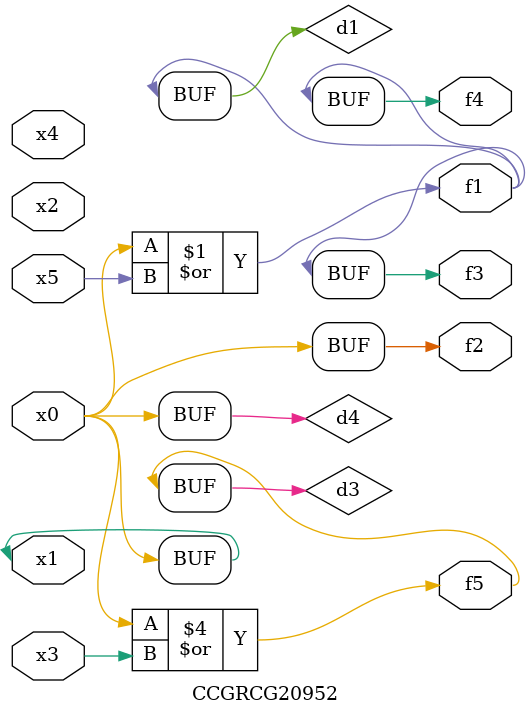
<source format=v>
module CCGRCG20952(
	input x0, x1, x2, x3, x4, x5,
	output f1, f2, f3, f4, f5
);

	wire d1, d2, d3, d4;

	or (d1, x0, x5);
	xnor (d2, x1, x4);
	or (d3, x0, x3);
	buf (d4, x0, x1);
	assign f1 = d1;
	assign f2 = d4;
	assign f3 = d1;
	assign f4 = d1;
	assign f5 = d3;
endmodule

</source>
